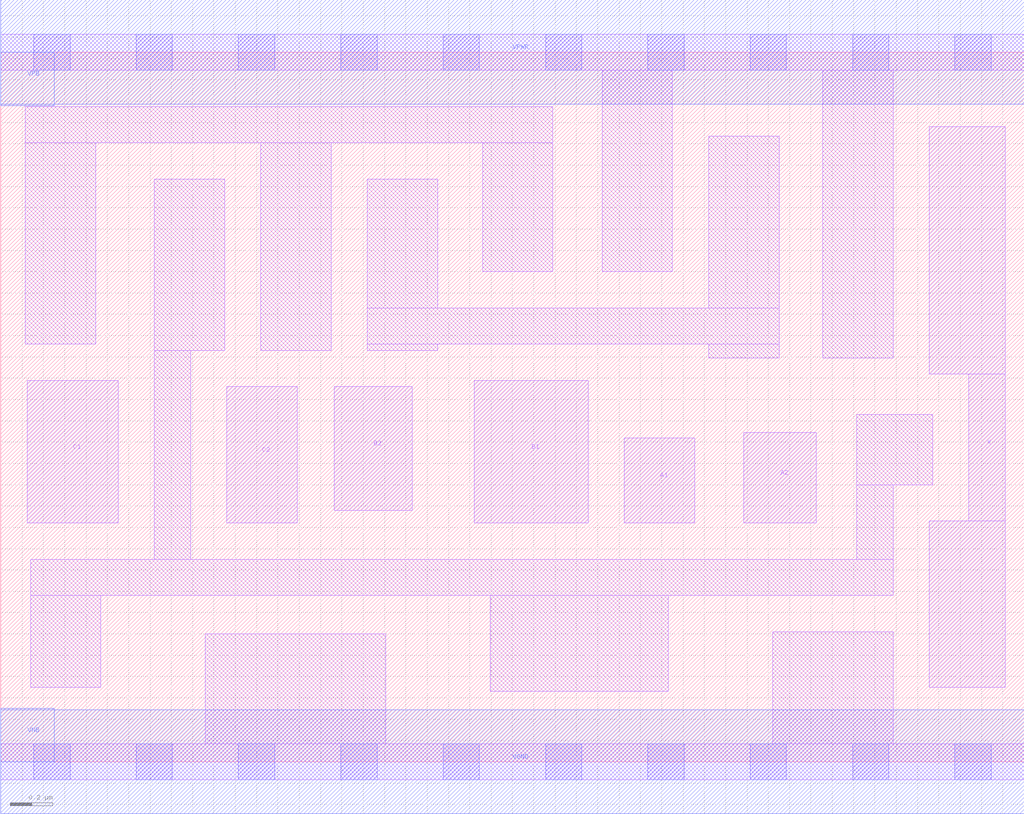
<source format=lef>
# Copyright 2020 The SkyWater PDK Authors
#
# Licensed under the Apache License, Version 2.0 (the "License");
# you may not use this file except in compliance with the License.
# You may obtain a copy of the License at
#
#     https://www.apache.org/licenses/LICENSE-2.0
#
# Unless required by applicable law or agreed to in writing, software
# distributed under the License is distributed on an "AS IS" BASIS,
# WITHOUT WARRANTIES OR CONDITIONS OF ANY KIND, either express or implied.
# See the License for the specific language governing permissions and
# limitations under the License.
#
# SPDX-License-Identifier: Apache-2.0

VERSION 5.5 ;
NAMESCASESENSITIVE ON ;
BUSBITCHARS "[]" ;
DIVIDERCHAR "/" ;
MACRO sky130_fd_sc_ms__a222o_1
  CLASS CORE ;
  SOURCE USER ;
  ORIGIN  0.000000  0.000000 ;
  SIZE  4.800000 BY  3.330000 ;
  SYMMETRY X Y ;
  SITE unit ;
  PIN A1
    ANTENNAGATEAREA  0.246000 ;
    DIRECTION INPUT ;
    USE SIGNAL ;
    PORT
      LAYER li1 ;
        RECT 2.925000 1.120000 3.255000 1.520000 ;
    END
  END A1
  PIN A2
    ANTENNAGATEAREA  0.246000 ;
    DIRECTION INPUT ;
    USE SIGNAL ;
    PORT
      LAYER li1 ;
        RECT 3.485000 1.120000 3.825000 1.545000 ;
    END
  END A2
  PIN B1
    ANTENNAGATEAREA  0.246000 ;
    DIRECTION INPUT ;
    USE SIGNAL ;
    PORT
      LAYER li1 ;
        RECT 2.220000 1.120000 2.755000 1.790000 ;
    END
  END B1
  PIN B2
    ANTENNAGATEAREA  0.246000 ;
    DIRECTION INPUT ;
    USE SIGNAL ;
    PORT
      LAYER li1 ;
        RECT 1.565000 1.180000 1.930000 1.760000 ;
    END
  END B2
  PIN C1
    ANTENNAGATEAREA  0.246000 ;
    DIRECTION INPUT ;
    USE SIGNAL ;
    PORT
      LAYER li1 ;
        RECT 0.125000 1.120000 0.550000 1.790000 ;
    END
  END C1
  PIN C2
    ANTENNAGATEAREA  0.246000 ;
    DIRECTION INPUT ;
    USE SIGNAL ;
    PORT
      LAYER li1 ;
        RECT 1.060000 1.120000 1.390000 1.760000 ;
    END
  END C2
  PIN X
    ANTENNADIFFAREA  0.541300 ;
    DIRECTION OUTPUT ;
    USE SIGNAL ;
    PORT
      LAYER li1 ;
        RECT 4.355000 0.350000 4.710000 1.130000 ;
        RECT 4.355000 1.820000 4.710000 2.980000 ;
        RECT 4.540000 1.130000 4.710000 1.820000 ;
    END
  END X
  PIN VGND
    DIRECTION INOUT ;
    USE GROUND ;
    PORT
      LAYER met1 ;
        RECT 0.000000 -0.245000 4.800000 0.245000 ;
    END
  END VGND
  PIN VNB
    DIRECTION INOUT ;
    USE GROUND ;
    PORT
      LAYER met1 ;
        RECT 0.000000 0.000000 0.250000 0.250000 ;
    END
  END VNB
  PIN VPB
    DIRECTION INOUT ;
    USE POWER ;
    PORT
      LAYER met1 ;
        RECT 0.000000 3.080000 0.250000 3.330000 ;
    END
  END VPB
  PIN VPWR
    DIRECTION INOUT ;
    USE POWER ;
    PORT
      LAYER met1 ;
        RECT 0.000000 3.085000 4.800000 3.575000 ;
    END
  END VPWR
  OBS
    LAYER li1 ;
      RECT 0.000000 -0.085000 4.800000 0.085000 ;
      RECT 0.000000  3.245000 4.800000 3.415000 ;
      RECT 0.115000  1.960000 0.445000 2.905000 ;
      RECT 0.115000  2.905000 2.590000 3.075000 ;
      RECT 0.140000  0.350000 0.470000 0.780000 ;
      RECT 0.140000  0.780000 4.185000 0.950000 ;
      RECT 0.720000  0.950000 0.890000 1.930000 ;
      RECT 0.720000  1.930000 1.050000 2.735000 ;
      RECT 0.960000  0.085000 1.805000 0.600000 ;
      RECT 1.220000  1.930000 1.550000 2.905000 ;
      RECT 1.720000  1.930000 2.050000 1.960000 ;
      RECT 1.720000  1.960000 3.650000 2.130000 ;
      RECT 1.720000  2.130000 2.050000 2.735000 ;
      RECT 2.260000  2.300000 2.590000 2.905000 ;
      RECT 2.295000  0.330000 3.130000 0.780000 ;
      RECT 2.820000  2.300000 3.150000 3.245000 ;
      RECT 3.320000  1.895000 3.650000 1.960000 ;
      RECT 3.320000  2.130000 3.650000 2.935000 ;
      RECT 3.620000  0.085000 4.185000 0.610000 ;
      RECT 3.855000  1.895000 4.185000 3.245000 ;
      RECT 4.015000  0.950000 4.185000 1.300000 ;
      RECT 4.015000  1.300000 4.370000 1.630000 ;
    LAYER mcon ;
      RECT 0.155000 -0.085000 0.325000 0.085000 ;
      RECT 0.155000  3.245000 0.325000 3.415000 ;
      RECT 0.635000 -0.085000 0.805000 0.085000 ;
      RECT 0.635000  3.245000 0.805000 3.415000 ;
      RECT 1.115000 -0.085000 1.285000 0.085000 ;
      RECT 1.115000  3.245000 1.285000 3.415000 ;
      RECT 1.595000 -0.085000 1.765000 0.085000 ;
      RECT 1.595000  3.245000 1.765000 3.415000 ;
      RECT 2.075000 -0.085000 2.245000 0.085000 ;
      RECT 2.075000  3.245000 2.245000 3.415000 ;
      RECT 2.555000 -0.085000 2.725000 0.085000 ;
      RECT 2.555000  3.245000 2.725000 3.415000 ;
      RECT 3.035000 -0.085000 3.205000 0.085000 ;
      RECT 3.035000  3.245000 3.205000 3.415000 ;
      RECT 3.515000 -0.085000 3.685000 0.085000 ;
      RECT 3.515000  3.245000 3.685000 3.415000 ;
      RECT 3.995000 -0.085000 4.165000 0.085000 ;
      RECT 3.995000  3.245000 4.165000 3.415000 ;
      RECT 4.475000 -0.085000 4.645000 0.085000 ;
      RECT 4.475000  3.245000 4.645000 3.415000 ;
  END
END sky130_fd_sc_ms__a222o_1

</source>
